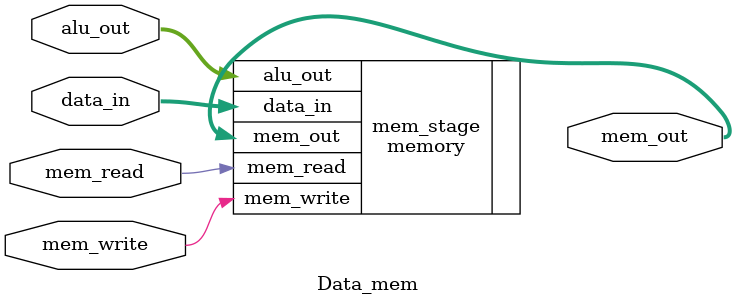
<source format=sv>
module Data_mem#(parameter N=32)(alu_out,data_in,mem_read,mem_write,mem_out);
input logic  [N-1:0]alu_out,data_in;
input logic mem_read,mem_write;
output logic [N-1:0]mem_out;
memory mem_stage (.alu_out(alu_out),.mem_read(mem_read),.mem_write(mem_write),
                  .data_in(data_in),.mem_out(mem_out));
endmodule


</source>
